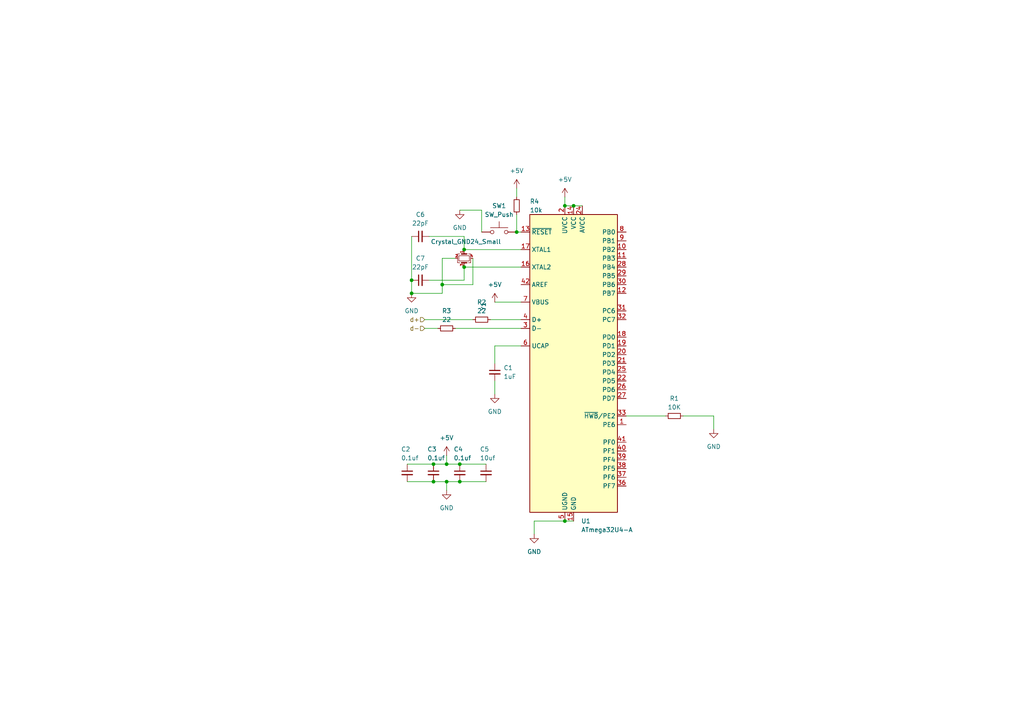
<source format=kicad_sch>
(kicad_sch (version 20231120) (generator "eeschema") (generator_version "8.0")
  (paper "A4")
  (lib_symbols
    (symbol "Device:C_Small" (pin_numbers hide) (pin_names (offset 0.254) hide)
      (property "Reference" "C" (at 0.254 1.778 0))
      (property "Value" "C_Small" (at 0.254 -2.032 0))
      (symbol "C_Small_0_1"
        (polyline (pts (xy -1.524 -0.508) (xy 1.524 -0.508)) (stroke (width 0.3302)))
        (polyline (pts (xy -1.524 0.508) (xy 1.524 0.508)) (stroke (width 0.3048)))
      )
      (symbol "C_Small_1_1"
        (pin passive line (at 0 2.54 270) (length 2.032) (name "~") (number "1"))
        (pin passive line (at 0 -2.54 90) (length 2.032) (name "~") (number "2"))
      )
    )
    (symbol "Device:Crystal_GND24_Small" (pin_names (offset 1.016) hide)
      (property "Reference" "Y" (at 1.27 4.445 0))
      (property "Value" "Crystal_GND24_Small" (at 1.27 2.54 0))
      (symbol "Crystal_GND24_Small_0_1"
        (rectangle (start -0.762 -1.524) (end 0.762 1.524))
        (polyline (pts (xy -1.27 -0.762) (xy -1.27 0.762)) (stroke (width 0.381)))
        (polyline (pts (xy 1.27 -0.762) (xy 1.27 0.762)) (stroke (width 0.381)))
        (polyline (pts (xy -1.27 -1.27) (xy -1.27 -1.905) (xy 1.27 -1.905) (xy 1.27 -1.27)))
        (polyline (pts (xy -1.27 1.27) (xy -1.27 1.905) (xy 1.27 1.905) (xy 1.27 1.27)))
      )
      (symbol "Crystal_GND24_Small_1_1"
        (pin passive line (at -2.54 0 0) (length 1.27) (name "1") (number "1"))
        (pin passive line (at 0 -2.54 90) (length 0.635) (name "2") (number "2"))
        (pin passive line (at 2.54 0 180) (length 1.27) (name "3") (number "3"))
        (pin passive line (at 0 2.54 270) (length 0.635) (name "4") (number "4"))
      )
    )
    (symbol "Device:R_Small" (pin_numbers hide) (pin_names (offset 0.254) hide)
      (property "Reference" "R" (at 0.762 0.508 0))
      (property "Value" "R_Small" (at 0.762 -1.016 0))
      (symbol "R_Small_0_1"
        (rectangle (start -0.762 1.778) (end 0.762 -1.778) (stroke (width 0.2032)))
      )
      (symbol "R_Small_1_1"
        (pin passive line (at 0 2.54 270) (length 0.762) (name "~") (number "1"))
        (pin passive line (at 0 -2.54 90) (length 0.762) (name "~") (number "2"))
      )
    )
    (symbol "MCU_Microchip_ATmega:ATmega32U4-A"
      (property "Reference" "U" (at -12.7 44.45 0))
      (property "Value" "ATmega32U4-A" (at 2.54 -44.45 0))
      (symbol "ATmega32U4-A_0_1"
        (rectangle (start -12.7 -43.18) (end 12.7 43.18) (stroke (width 0.254)) (fill (type background)))
      )
      (symbol "ATmega32U4-A_1_1"
        (pin bidirectional line (at 15.24 -17.78 180) (length 2.54) (name "PE6") (number "1"))
        (pin bidirectional line (at 15.24 33.02 180) (length 2.54) (name "PB2") (number "10"))
        (pin bidirectional line (at 15.24 30.48 180) (length 2.54) (name "PB3") (number "11"))
        (pin bidirectional line (at 15.24 20.32 180) (length 2.54) (name "PB7") (number "12"))
        (pin input line (at -15.24 38.1 0) (length 2.54) (name "~{RESET}") (number "13"))
        (pin power_in line (at 0 45.72 270) (length 2.54) (name "VCC") (number "14"))
        (pin power_in line (at 0 -45.72 90) (length 2.54) (name "GND") (number "15"))
        (pin output line (at -15.24 27.94 0) (length 2.54) (name "XTAL2") (number "16"))
        (pin input line (at -15.24 33.02 0) (length 2.54) (name "XTAL1") (number "17"))
        (pin bidirectional line (at 15.24 7.62 180) (length 2.54) (name "PD0") (number "18"))
        (pin bidirectional line (at 15.24 5.08 180) (length 2.54) (name "PD1") (number "19"))
        (pin power_in line (at -2.54 45.72 270) (length 2.54) (name "UVCC") (number "2"))
        (pin bidirectional line (at 15.24 2.54 180) (length 2.54) (name "PD2") (number "20"))
        (pin bidirectional line (at 15.24 0 180) (length 2.54) (name "PD3") (number "21"))
        (pin bidirectional line (at 15.24 -5.08 180) (length 2.54) (name "PD5") (number "22"))
        (pin passive line (at 0 -45.72 90) (length 2.54) hide (name "GND") (number "23"))
        (pin power_in line (at 2.54 45.72 270) (length 2.54) (name "AVCC") (number "24"))
        (pin bidirectional line (at 15.24 -2.54 180) (length 2.54) (name "PD4") (number "25"))
        (pin bidirectional line (at 15.24 -7.62 180) (length 2.54) (name "PD6") (number "26"))
        (pin bidirectional line (at 15.24 -10.16 180) (length 2.54) (name "PD7") (number "27"))
        (pin bidirectional line (at 15.24 27.94 180) (length 2.54) (name "PB4") (number "28"))
        (pin bidirectional line (at 15.24 25.4 180) (length 2.54) (name "PB5") (number "29"))
        (pin bidirectional line (at -15.24 10.16 0) (length 2.54) (name "D-") (number "3"))
        (pin bidirectional line (at 15.24 22.86 180) (length 2.54) (name "PB6") (number "30"))
        (pin bidirectional line (at 15.24 15.24 180) (length 2.54) (name "PC6") (number "31"))
        (pin bidirectional line (at 15.24 12.7 180) (length 2.54) (name "PC7") (number "32"))
        (pin bidirectional line (at 15.24 -15.24 180) (length 2.54) (name "~{HWB}/PE2") (number "33"))
        (pin passive line (at 0 45.72 270) (length 2.54) hide (name "VCC") (number "34"))
        (pin passive line (at 0 -45.72 90) (length 2.54) hide (name "GND") (number "35"))
        (pin bidirectional line (at 15.24 -35.56 180) (length 2.54) (name "PF7") (number "36"))
        (pin bidirectional line (at 15.24 -33.02 180) (length 2.54) (name "PF6") (number "37"))
        (pin bidirectional line (at 15.24 -30.48 180) (length 2.54) (name "PF5") (number "38"))
        (pin bidirectional line (at 15.24 -27.94 180) (length 2.54) (name "PF4") (number "39"))
        (pin bidirectional line (at -15.24 12.7 0) (length 2.54) (name "D+") (number "4"))
        (pin bidirectional line (at 15.24 -25.4 180) (length 2.54) (name "PF1") (number "40"))
        (pin bidirectional line (at 15.24 -22.86 180) (length 2.54) (name "PF0") (number "41"))
        (pin passive line (at -15.24 22.86 0) (length 2.54) (name "AREF") (number "42"))
        (pin passive line (at 0 -45.72 90) (length 2.54) hide (name "GND") (number "43"))
        (pin passive line (at 2.54 45.72 270) (length 2.54) hide (name "AVCC") (number "44"))
        (pin passive line (at -2.54 -45.72 90) (length 2.54) (name "UGND") (number "5"))
        (pin passive line (at -15.24 5.08 0) (length 2.54) (name "UCAP") (number "6"))
        (pin input line (at -15.24 17.78 0) (length 2.54) (name "VBUS") (number "7"))
        (pin bidirectional line (at 15.24 38.1 180) (length 2.54) (name "PB0") (number "8"))
        (pin bidirectional line (at 15.24 35.56 180) (length 2.54) (name "PB1") (number "9"))
      )
    )
    (symbol "Switch:SW_Push" (pin_numbers hide) (pin_names (offset 1.016) hide)
      (property "Reference" "SW" (at 1.27 2.54 0))
      (property "Value" "SW_Push" (at 0 -1.524 0))
      (symbol "SW_Push_0_1"
        (circle (center -2.032 0) (radius 0.508))
        (polyline (pts (xy 0 1.27) (xy 0 3.048)))
        (polyline (pts (xy 2.54 1.27) (xy -2.54 1.27)))
        (circle (center 2.032 0) (radius 0.508))
        (pin passive line (at -5.08 0 0) (length 2.54) (name "1") (number "1"))
        (pin passive line (at 5.08 0 180) (length 2.54) (name "2") (number "2"))
      )
    )
    (symbol "power:+5V" (power) (pin_numbers hide) (pin_names (offset 0) hide)
      (property "Value" "+5V" (at 0 3.556 0))
      (symbol "+5V_0_1"
        (polyline (pts (xy -0.762 1.27) (xy 0 2.54)))
        (polyline (pts (xy 0 0) (xy 0 2.54)))
        (polyline (pts (xy 0 2.54) (xy 0.762 1.27)))
      )
      (symbol "+5V_1_1"
        (pin power_in line (at 0 0 90) (length 0) (name "~") (number "1"))
      )
    )
    (symbol "power:GND" (power) (pin_numbers hide) (pin_names (offset 0) hide)
      (property "Value" "GND" (at 0 -3.81 0))
      (symbol "GND_0_1"
        (polyline (pts (xy 0 0) (xy 0 -1.27) (xy 1.27 -1.27) (xy 0 -2.54) (xy -1.27 -1.27) (xy 0 -1.27)))
      )
      (symbol "GND_1_1"
        (pin power_in line (at 0 0 270) (length 0) (name "~") (number "1"))
      )
    )
  )
  (junction (at 125.73 139.7))
  (junction (at 163.83 151.13))
  (junction (at 133.35 139.7))
  (junction (at 149.86 67.31))
  (junction (at 125.73 134.62))
  (junction (at 133.35 134.62))
  (junction (at 129.54 134.62))
  (junction (at 128.27 82.55))
  (junction (at 129.54 139.7))
  (junction (at 166.37 59.69))
  (junction (at 134.62 77.47))
  (junction (at 134.62 72.39))
  (junction (at 119.38 85.09))
  (junction (at 119.38 81.28))
  (junction (at 163.83 59.69))
  (wire (pts (xy 163.83 57.15) (xy 163.83 59.69)))
  (wire (pts (xy 149.86 67.31) (xy 151.13 67.31)))
  (wire (pts (xy 143.51 100.33) (xy 143.51 105.41)))
  (wire (pts (xy 125.73 134.62) (xy 129.54 134.62)))
  (wire (pts (xy 142.24 92.71) (xy 151.13 92.71)))
  (wire (pts (xy 163.83 151.13) (xy 166.37 151.13)))
  (wire (pts (xy 133.35 139.7) (xy 140.97 139.7)))
  (wire (pts (xy 143.51 87.63) (xy 151.13 87.63)))
  (wire (pts (xy 166.37 59.69) (xy 168.91 59.69)))
  (wire (pts (xy 139.7 60.96) (xy 139.7 67.31)))
  (wire (pts (xy 134.62 81.28) (xy 134.62 77.47)))
  (wire (pts (xy 163.83 151.13) (xy 154.94 151.13)))
  (wire (pts (xy 118.11 134.62) (xy 125.73 134.62)))
  (wire (pts (xy 123.19 95.25) (xy 127 95.25)))
  (wire (pts (xy 207.01 120.65) (xy 207.01 124.46)))
  (wire (pts (xy 137.16 82.55) (xy 137.16 74.93)))
  (wire (pts (xy 124.46 81.28) (xy 134.62 81.28)))
  (wire (pts (xy 132.08 95.25) (xy 151.13 95.25)))
  (wire (pts (xy 125.73 139.7) (xy 129.54 139.7)))
  (wire (pts (xy 149.86 62.23) (xy 149.86 67.31)))
  (wire (pts (xy 181.61 120.65) (xy 193.04 120.65)))
  (wire (pts (xy 129.54 134.62) (xy 133.35 134.62)))
  (wire (pts (xy 163.83 59.69) (xy 166.37 59.69)))
  (wire (pts (xy 129.54 139.7) (xy 133.35 139.7)))
  (wire (pts (xy 134.62 68.58) (xy 134.62 72.39)))
  (wire (pts (xy 128.27 74.93) (xy 128.27 82.55)))
  (wire (pts (xy 124.46 68.58) (xy 134.62 68.58)))
  (wire (pts (xy 128.27 82.55) (xy 137.16 82.55)))
  (wire (pts (xy 129.54 139.7) (xy 129.54 142.24)))
  (wire (pts (xy 143.51 110.49) (xy 143.51 114.3)))
  (wire (pts (xy 134.62 72.39) (xy 151.13 72.39)))
  (wire (pts (xy 118.11 139.7) (xy 125.73 139.7)))
  (wire (pts (xy 133.35 60.96) (xy 139.7 60.96)))
  (wire (pts (xy 198.12 120.65) (xy 207.01 120.65)))
  (wire (pts (xy 123.19 92.71) (xy 137.16 92.71)))
  (wire (pts (xy 154.94 151.13) (xy 154.94 154.94)))
  (wire (pts (xy 132.08 74.93) (xy 128.27 74.93)))
  (wire (pts (xy 134.62 77.47) (xy 151.13 77.47)))
  (wire (pts (xy 133.35 134.62) (xy 140.97 134.62)))
  (wire (pts (xy 129.54 132.08) (xy 129.54 134.62)))
  (wire (pts (xy 119.38 68.58) (xy 119.38 81.28)))
  (wire (pts (xy 119.38 85.09) (xy 128.27 85.09)))
  (wire (pts (xy 119.38 81.28) (xy 119.38 85.09)))
  (wire (pts (xy 149.86 54.61) (xy 149.86 57.15)))
  (wire (pts (xy 128.27 85.09) (xy 128.27 82.55)))
  (wire (pts (xy 151.13 100.33) (xy 143.51 100.33)))
  (hierarchical_label "d-" (shape input) (at 123.19 95.25 180))
  (hierarchical_label "d+" (shape input) (at 123.19 92.71 180))
  (symbol (lib_id "Device:R_Small") (at 149.86 59.69 0) (unit 1)
    (property "Reference" "R4" (at 153.67 58.4199 0) (effects (justify left)))
    (property "Value" "10k" (at 153.67 60.9599 0) (effects (justify left)))
    (property "Description" "Resistor, small symbol" (effects (hide yes)))
  )
  (symbol (lib_id "Device:R_Small") (at 195.58 120.65 90) (unit 1)
    (property "Reference" "R1" (at 195.58 115.57 90))
    (property "Value" "10K" (at 195.58 118.11 90))
    (property "Footprint" "            " (effects (hide yes)))
    (property "Description" "Resistor, small symbol" (effects (hide yes)))
  )
  (symbol (lib_id "MCU_Microchip_ATmega:ATmega32U4-A") (at 166.37 105.41 0) (unit 1)
    (property "Reference" "U1" (at 168.5641 151.13 0) (effects (justify left)))
    (property "Value" "ATmega32U4-A" (at 168.5641 153.67 0) (effects (justify left)))
    (property "Footprint" "Package_QFP:TQFP-44_10x10mm_P0.8mm" (effects (hide yes)))
    (property "Datasheet" "http://ww1.microchip.com/downloads/en/DeviceDoc/Atmel-7766-8-bit-AVR-ATmega16U4-32U4_Datasheet.pdf" (effects (hide yes)))
    (property "Description" "16MHz, 32kB Flash, 2.5kB SRAM, 1kB EEPROM, USB 2.0, TQFP-44" (effects (hide yes)))
  )
  (symbol (lib_id "Device:R_Small") (at 139.7 92.71 270) (unit 1)
    (property "Reference" "R2" (at 139.7 87.63 90))
    (property "Value" "22" (at 139.7 90.17 90))
    (property "Description" "Resistor, small symbol" (effects (hide yes)))
  )
  (symbol (lib_id "power:GND") (at 154.94 154.94 0) (unit 1)
    (property "Reference" "#PWR02" (effects (hide yes)))
    (property "Value" "GND" (at 154.94 160.02 0))
    (property "Description" "Power symbol creates a global label with name \"GND\" , ground" (effects (hide yes)))
  )
  (symbol (lib_id "Device:C_Small") (at 121.92 81.28 90) (unit 1)
    (property "Reference" "C7" (at 121.9263 74.93 90))
    (property "Value" "22pF" (at 121.9263 77.47 90))
    (property "Description" "Unpolarized capacitor, small symbol" (effects (hide yes)))
  )
  (symbol (lib_id "power:GND") (at 207.01 124.46 0) (unit 1)
    (property "Reference" "#PWR03" (effects (hide yes)))
    (property "Value" "GND" (at 207.01 129.54 0))
    (property "Description" "Power symbol creates a global label with name \"GND\" , ground" (effects (hide yes)))
  )
  (symbol (lib_id "Device:C_Small") (at 125.73 137.16 0) (unit 1)
    (property "Reference" "C3" (at 123.952 130.302 0) (effects (justify left)))
    (property "Value" "0.1uf" (at 123.952 132.842 0) (effects (justify left)))
    (property "Description" "Unpolarized capacitor, small symbol" (effects (hide yes)))
  )
  (symbol (lib_id "Device:Crystal_GND24_Small") (at 134.62 74.93 270) (unit 1)
    (property "Reference" "Y1" (at 140.2402 88.9 0))
    (property "Value" "Crystal_GND24_Small" (at 135.128 70.104 90))
    (property "Description" "Four pin crystal, GND on pins 2 and 4, small symbol" (effects (hide yes)))
  )
  (symbol (lib_id "power:+5V") (at 163.83 57.15 0) (unit 1)
    (property "Reference" "#PWR01" (effects (hide yes)))
    (property "Value" "+5V" (at 163.83 52.07 0))
    (property "Description" "Power symbol creates a global label with name \"+5V\"" (effects (hide yes)))
  )
  (symbol (lib_id "power:GND") (at 119.38 85.09 0) (unit 1)
    (property "Reference" "#PWR08" (effects (hide yes)))
    (property "Value" "GND" (at 119.38 90.17 0))
    (property "Description" "Power symbol creates a global label with name \"GND\" , ground" (effects (hide yes)))
  )
  (symbol (lib_id "Device:C_Small") (at 121.92 68.58 90) (unit 1)
    (property "Reference" "C6" (at 121.9263 62.23 90))
    (property "Value" "22pF" (at 121.9263 64.77 90))
    (property "Description" "Unpolarized capacitor, small symbol" (effects (hide yes)))
  )
  (symbol (lib_id "Device:C_Small") (at 140.97 137.16 0) (unit 1)
    (property "Reference" "C5" (at 139.192 130.302 0) (effects (justify left)))
    (property "Value" "10uf" (at 139.192 132.842 0) (effects (justify left)))
    (property "Description" "Unpolarized capacitor, small symbol" (effects (hide yes)))
  )
  (symbol (lib_id "power:+5V") (at 149.86 54.61 0) (unit 1)
    (property "Reference" "#PWR010" (effects (hide yes)))
    (property "Value" "+5V" (at 149.86 49.53 0))
    (property "Description" "Power symbol creates a global label with name \"+5V\"" (effects (hide yes)))
  )
  (symbol (lib_id "Switch:SW_Push") (at 144.78 67.31 0) (unit 1)
    (property "Reference" "SW1" (at 144.78 59.69 0))
    (property "Value" "SW_Push" (at 144.78 62.23 0))
    (property "Description" "Push button switch, generic, two pins" (effects (hide yes)))
  )
  (symbol (lib_id "power:+5V") (at 129.54 132.08 0) (unit 1)
    (property "Reference" "#PWR05" (effects (hide yes)))
    (property "Value" "+5V" (at 129.54 127 0))
    (property "Description" "Power symbol creates a global label with name \"+5V\"" (effects (hide yes)))
  )
  (symbol (lib_id "Device:C_Small") (at 118.11 137.16 0) (unit 1)
    (property "Reference" "C2" (at 116.332 130.302 0) (effects (justify left)))
    (property "Value" "0.1uf" (at 116.332 132.842 0) (effects (justify left)))
    (property "Description" "Unpolarized capacitor, small symbol" (effects (hide yes)))
  )
  (symbol (lib_id "Device:C_Small") (at 143.51 107.95 0) (unit 1)
    (property "Reference" "C1" (at 146.05 106.6862 0) (effects (justify left)))
    (property "Value" "1uF" (at 146.05 109.2262 0) (effects (justify left)))
    (property "Description" "Unpolarized capacitor, small symbol" (effects (hide yes)))
  )
  (symbol (lib_id "power:GND") (at 129.54 142.24 0) (unit 1)
    (property "Reference" "#PWR06" (effects (hide yes)))
    (property "Value" "GND" (at 129.54 147.32 0))
    (property "Description" "Power symbol creates a global label with name \"GND\" , ground" (effects (hide yes)))
  )
  (symbol (lib_id "Device:R_Small") (at 129.54 95.25 90) (unit 1)
    (property "Reference" "R3" (at 129.54 90.17 90))
    (property "Value" "22" (at 129.54 92.71 90))
    (property "Description" "Resistor, small symbol" (effects (hide yes)))
  )
  (symbol (lib_id "power:GND") (at 133.35 60.96 0) (unit 1)
    (property "Reference" "#PWR09" (effects (hide yes)))
    (property "Value" "GND" (at 133.35 66.04 0))
    (property "Description" "Power symbol creates a global label with name \"GND\" , ground" (effects (hide yes)))
  )
  (symbol (lib_id "power:GND") (at 143.51 114.3 0) (unit 1)
    (property "Reference" "#PWR04" (effects (hide yes)))
    (property "Value" "GND" (at 143.51 119.38 0))
    (property "Description" "Power symbol creates a global label with name \"GND\" , ground" (effects (hide yes)))
  )
  (symbol (lib_id "power:+5V") (at 143.51 87.63 0) (unit 1)
    (property "Reference" "#PWR07" (effects (hide yes)))
    (property "Value" "+5V" (at 143.51 82.55 0))
    (property "Description" "Power symbol creates a global label with name \"+5V\"" (effects (hide yes)))
  )
  (symbol (lib_id "Device:C_Small") (at 133.35 137.16 0) (unit 1)
    (property "Reference" "C4" (at 131.572 130.302 0) (effects (justify left)))
    (property "Value" "0.1uf" (at 131.572 132.842 0) (effects (justify left)))
    (property "Description" "Unpolarized capacitor, small symbol" (effects (hide yes)))
  )
)
</source>
